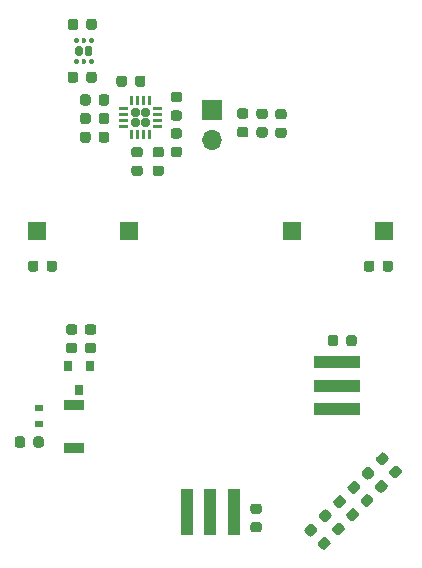
<source format=gbr>
%TF.GenerationSoftware,KiCad,Pcbnew,(5.1.6)-1*%
%TF.CreationDate,2020-07-04T15:59:08+08:00*%
%TF.ProjectId,24RF_Remote_Control,32345246-5f52-4656-9d6f-74655f436f6e,rev?*%
%TF.SameCoordinates,Original*%
%TF.FileFunction,Paste,Top*%
%TF.FilePolarity,Positive*%
%FSLAX46Y46*%
G04 Gerber Fmt 4.6, Leading zero omitted, Abs format (unit mm)*
G04 Created by KiCad (PCBNEW (5.1.6)-1) date 2020-07-04 15:59:08*
%MOMM*%
%LPD*%
G01*
G04 APERTURE LIST*
%ADD10O,1.700000X1.700000*%
%ADD11R,1.700000X1.700000*%
%ADD12R,1.800000X0.900000*%
%ADD13R,0.700000X0.600000*%
%ADD14R,0.800000X0.900000*%
%ADD15R,1.500000X1.500000*%
%ADD16R,3.900000X1.000000*%
%ADD17R,1.000000X3.900000*%
G04 APERTURE END LIST*
%TO.C,U1*%
G36*
G01*
X140749260Y-79481340D02*
X140749260Y-79851340D01*
G75*
G02*
X140564260Y-80036340I-185000J0D01*
G01*
X140194260Y-80036340D01*
G75*
G02*
X140009260Y-79851340I0J185000D01*
G01*
X140009260Y-79481340D01*
G75*
G02*
X140194260Y-79296340I185000J0D01*
G01*
X140564260Y-79296340D01*
G75*
G02*
X140749260Y-79481340I0J-185000D01*
G01*
G37*
G36*
G01*
X140749260Y-78631340D02*
X140749260Y-79001340D01*
G75*
G02*
X140564260Y-79186340I-185000J0D01*
G01*
X140194260Y-79186340D01*
G75*
G02*
X140009260Y-79001340I0J185000D01*
G01*
X140009260Y-78631340D01*
G75*
G02*
X140194260Y-78446340I185000J0D01*
G01*
X140564260Y-78446340D01*
G75*
G02*
X140749260Y-78631340I0J-185000D01*
G01*
G37*
G36*
G01*
X139899260Y-79481340D02*
X139899260Y-79851340D01*
G75*
G02*
X139714260Y-80036340I-185000J0D01*
G01*
X139344260Y-80036340D01*
G75*
G02*
X139159260Y-79851340I0J185000D01*
G01*
X139159260Y-79481340D01*
G75*
G02*
X139344260Y-79296340I185000J0D01*
G01*
X139714260Y-79296340D01*
G75*
G02*
X139899260Y-79481340I0J-185000D01*
G01*
G37*
G36*
G01*
X139899260Y-78631340D02*
X139899260Y-79001340D01*
G75*
G02*
X139714260Y-79186340I-185000J0D01*
G01*
X139344260Y-79186340D01*
G75*
G02*
X139159260Y-79001340I0J185000D01*
G01*
X139159260Y-78631340D01*
G75*
G02*
X139344260Y-78446340I185000J0D01*
G01*
X139714260Y-78446340D01*
G75*
G02*
X139899260Y-78631340I0J-185000D01*
G01*
G37*
G36*
G01*
X141804260Y-79928840D02*
X141804260Y-80053840D01*
G75*
G02*
X141741760Y-80116340I-62500J0D01*
G01*
X141066760Y-80116340D01*
G75*
G02*
X141004260Y-80053840I0J62500D01*
G01*
X141004260Y-79928840D01*
G75*
G02*
X141066760Y-79866340I62500J0D01*
G01*
X141741760Y-79866340D01*
G75*
G02*
X141804260Y-79928840I0J-62500D01*
G01*
G37*
G36*
G01*
X141804260Y-79428840D02*
X141804260Y-79553840D01*
G75*
G02*
X141741760Y-79616340I-62500J0D01*
G01*
X141066760Y-79616340D01*
G75*
G02*
X141004260Y-79553840I0J62500D01*
G01*
X141004260Y-79428840D01*
G75*
G02*
X141066760Y-79366340I62500J0D01*
G01*
X141741760Y-79366340D01*
G75*
G02*
X141804260Y-79428840I0J-62500D01*
G01*
G37*
G36*
G01*
X141804260Y-78928840D02*
X141804260Y-79053840D01*
G75*
G02*
X141741760Y-79116340I-62500J0D01*
G01*
X141066760Y-79116340D01*
G75*
G02*
X141004260Y-79053840I0J62500D01*
G01*
X141004260Y-78928840D01*
G75*
G02*
X141066760Y-78866340I62500J0D01*
G01*
X141741760Y-78866340D01*
G75*
G02*
X141804260Y-78928840I0J-62500D01*
G01*
G37*
G36*
G01*
X141804260Y-78428840D02*
X141804260Y-78553840D01*
G75*
G02*
X141741760Y-78616340I-62500J0D01*
G01*
X141066760Y-78616340D01*
G75*
G02*
X141004260Y-78553840I0J62500D01*
G01*
X141004260Y-78428840D01*
G75*
G02*
X141066760Y-78366340I62500J0D01*
G01*
X141741760Y-78366340D01*
G75*
G02*
X141804260Y-78428840I0J-62500D01*
G01*
G37*
G36*
G01*
X140829260Y-77453840D02*
X140829260Y-78128840D01*
G75*
G02*
X140766760Y-78191340I-62500J0D01*
G01*
X140641760Y-78191340D01*
G75*
G02*
X140579260Y-78128840I0J62500D01*
G01*
X140579260Y-77453840D01*
G75*
G02*
X140641760Y-77391340I62500J0D01*
G01*
X140766760Y-77391340D01*
G75*
G02*
X140829260Y-77453840I0J-62500D01*
G01*
G37*
G36*
G01*
X140329260Y-77453840D02*
X140329260Y-78128840D01*
G75*
G02*
X140266760Y-78191340I-62500J0D01*
G01*
X140141760Y-78191340D01*
G75*
G02*
X140079260Y-78128840I0J62500D01*
G01*
X140079260Y-77453840D01*
G75*
G02*
X140141760Y-77391340I62500J0D01*
G01*
X140266760Y-77391340D01*
G75*
G02*
X140329260Y-77453840I0J-62500D01*
G01*
G37*
G36*
G01*
X139829260Y-77453840D02*
X139829260Y-78128840D01*
G75*
G02*
X139766760Y-78191340I-62500J0D01*
G01*
X139641760Y-78191340D01*
G75*
G02*
X139579260Y-78128840I0J62500D01*
G01*
X139579260Y-77453840D01*
G75*
G02*
X139641760Y-77391340I62500J0D01*
G01*
X139766760Y-77391340D01*
G75*
G02*
X139829260Y-77453840I0J-62500D01*
G01*
G37*
G36*
G01*
X139329260Y-77453840D02*
X139329260Y-78128840D01*
G75*
G02*
X139266760Y-78191340I-62500J0D01*
G01*
X139141760Y-78191340D01*
G75*
G02*
X139079260Y-78128840I0J62500D01*
G01*
X139079260Y-77453840D01*
G75*
G02*
X139141760Y-77391340I62500J0D01*
G01*
X139266760Y-77391340D01*
G75*
G02*
X139329260Y-77453840I0J-62500D01*
G01*
G37*
G36*
G01*
X138904260Y-78428840D02*
X138904260Y-78553840D01*
G75*
G02*
X138841760Y-78616340I-62500J0D01*
G01*
X138166760Y-78616340D01*
G75*
G02*
X138104260Y-78553840I0J62500D01*
G01*
X138104260Y-78428840D01*
G75*
G02*
X138166760Y-78366340I62500J0D01*
G01*
X138841760Y-78366340D01*
G75*
G02*
X138904260Y-78428840I0J-62500D01*
G01*
G37*
G36*
G01*
X138904260Y-78928840D02*
X138904260Y-79053840D01*
G75*
G02*
X138841760Y-79116340I-62500J0D01*
G01*
X138166760Y-79116340D01*
G75*
G02*
X138104260Y-79053840I0J62500D01*
G01*
X138104260Y-78928840D01*
G75*
G02*
X138166760Y-78866340I62500J0D01*
G01*
X138841760Y-78866340D01*
G75*
G02*
X138904260Y-78928840I0J-62500D01*
G01*
G37*
G36*
G01*
X138904260Y-79428840D02*
X138904260Y-79553840D01*
G75*
G02*
X138841760Y-79616340I-62500J0D01*
G01*
X138166760Y-79616340D01*
G75*
G02*
X138104260Y-79553840I0J62500D01*
G01*
X138104260Y-79428840D01*
G75*
G02*
X138166760Y-79366340I62500J0D01*
G01*
X138841760Y-79366340D01*
G75*
G02*
X138904260Y-79428840I0J-62500D01*
G01*
G37*
G36*
G01*
X138904260Y-79928840D02*
X138904260Y-80053840D01*
G75*
G02*
X138841760Y-80116340I-62500J0D01*
G01*
X138166760Y-80116340D01*
G75*
G02*
X138104260Y-80053840I0J62500D01*
G01*
X138104260Y-79928840D01*
G75*
G02*
X138166760Y-79866340I62500J0D01*
G01*
X138841760Y-79866340D01*
G75*
G02*
X138904260Y-79928840I0J-62500D01*
G01*
G37*
G36*
G01*
X139329260Y-80353840D02*
X139329260Y-81028840D01*
G75*
G02*
X139266760Y-81091340I-62500J0D01*
G01*
X139141760Y-81091340D01*
G75*
G02*
X139079260Y-81028840I0J62500D01*
G01*
X139079260Y-80353840D01*
G75*
G02*
X139141760Y-80291340I62500J0D01*
G01*
X139266760Y-80291340D01*
G75*
G02*
X139329260Y-80353840I0J-62500D01*
G01*
G37*
G36*
G01*
X139829260Y-80353840D02*
X139829260Y-81028840D01*
G75*
G02*
X139766760Y-81091340I-62500J0D01*
G01*
X139641760Y-81091340D01*
G75*
G02*
X139579260Y-81028840I0J62500D01*
G01*
X139579260Y-80353840D01*
G75*
G02*
X139641760Y-80291340I62500J0D01*
G01*
X139766760Y-80291340D01*
G75*
G02*
X139829260Y-80353840I0J-62500D01*
G01*
G37*
G36*
G01*
X140329260Y-80353840D02*
X140329260Y-81028840D01*
G75*
G02*
X140266760Y-81091340I-62500J0D01*
G01*
X140141760Y-81091340D01*
G75*
G02*
X140079260Y-81028840I0J62500D01*
G01*
X140079260Y-80353840D01*
G75*
G02*
X140141760Y-80291340I62500J0D01*
G01*
X140266760Y-80291340D01*
G75*
G02*
X140329260Y-80353840I0J-62500D01*
G01*
G37*
G36*
G01*
X140829260Y-80353840D02*
X140829260Y-81028840D01*
G75*
G02*
X140766760Y-81091340I-62500J0D01*
G01*
X140641760Y-81091340D01*
G75*
G02*
X140579260Y-81028840I0J62500D01*
G01*
X140579260Y-80353840D01*
G75*
G02*
X140641760Y-80291340I62500J0D01*
G01*
X140766760Y-80291340D01*
G75*
G02*
X140829260Y-80353840I0J-62500D01*
G01*
G37*
%TD*%
%TO.C,U2*%
G36*
G01*
X135695470Y-72538600D02*
X135907970Y-72538600D01*
G75*
G02*
X136001720Y-72632350I0J-93750D01*
G01*
X136001720Y-72819850D01*
G75*
G02*
X135907970Y-72913600I-93750J0D01*
G01*
X135695470Y-72913600D01*
G75*
G02*
X135601720Y-72819850I0J93750D01*
G01*
X135601720Y-72632350D01*
G75*
G02*
X135695470Y-72538600I93750J0D01*
G01*
G37*
G36*
G01*
X135045470Y-72538600D02*
X135257970Y-72538600D01*
G75*
G02*
X135351720Y-72632350I0J-93750D01*
G01*
X135351720Y-72819850D01*
G75*
G02*
X135257970Y-72913600I-93750J0D01*
G01*
X135045470Y-72913600D01*
G75*
G02*
X134951720Y-72819850I0J93750D01*
G01*
X134951720Y-72632350D01*
G75*
G02*
X135045470Y-72538600I93750J0D01*
G01*
G37*
G36*
G01*
X134395470Y-72538600D02*
X134607970Y-72538600D01*
G75*
G02*
X134701720Y-72632350I0J-93750D01*
G01*
X134701720Y-72819850D01*
G75*
G02*
X134607970Y-72913600I-93750J0D01*
G01*
X134395470Y-72913600D01*
G75*
G02*
X134301720Y-72819850I0J93750D01*
G01*
X134301720Y-72632350D01*
G75*
G02*
X134395470Y-72538600I93750J0D01*
G01*
G37*
G36*
G01*
X134395470Y-74313600D02*
X134607970Y-74313600D01*
G75*
G02*
X134701720Y-74407350I0J-93750D01*
G01*
X134701720Y-74594850D01*
G75*
G02*
X134607970Y-74688600I-93750J0D01*
G01*
X134395470Y-74688600D01*
G75*
G02*
X134301720Y-74594850I0J93750D01*
G01*
X134301720Y-74407350D01*
G75*
G02*
X134395470Y-74313600I93750J0D01*
G01*
G37*
G36*
G01*
X135045470Y-74313600D02*
X135257970Y-74313600D01*
G75*
G02*
X135351720Y-74407350I0J-93750D01*
G01*
X135351720Y-74594850D01*
G75*
G02*
X135257970Y-74688600I-93750J0D01*
G01*
X135045470Y-74688600D01*
G75*
G02*
X134951720Y-74594850I0J93750D01*
G01*
X134951720Y-74407350D01*
G75*
G02*
X135045470Y-74313600I93750J0D01*
G01*
G37*
G36*
G01*
X135695470Y-74313600D02*
X135907970Y-74313600D01*
G75*
G02*
X136001720Y-74407350I0J-93750D01*
G01*
X136001720Y-74594850D01*
G75*
G02*
X135907970Y-74688600I-93750J0D01*
G01*
X135695470Y-74688600D01*
G75*
G02*
X135601720Y-74594850I0J93750D01*
G01*
X135601720Y-74407350D01*
G75*
G02*
X135695470Y-74313600I93750J0D01*
G01*
G37*
G36*
G01*
X135391720Y-73208600D02*
X135711720Y-73208600D01*
G75*
G02*
X135871720Y-73368600I0J-160000D01*
G01*
X135871720Y-73858600D01*
G75*
G02*
X135711720Y-74018600I-160000J0D01*
G01*
X135391720Y-74018600D01*
G75*
G02*
X135231720Y-73858600I0J160000D01*
G01*
X135231720Y-73368600D01*
G75*
G02*
X135391720Y-73208600I160000J0D01*
G01*
G37*
G36*
G01*
X134591720Y-73208600D02*
X134911720Y-73208600D01*
G75*
G02*
X135071720Y-73368600I0J-160000D01*
G01*
X135071720Y-73858600D01*
G75*
G02*
X134911720Y-74018600I-160000J0D01*
G01*
X134591720Y-74018600D01*
G75*
G02*
X134431720Y-73858600I0J160000D01*
G01*
X134431720Y-73368600D01*
G75*
G02*
X134591720Y-73208600I160000J0D01*
G01*
G37*
%TD*%
D10*
%TO.C,J5*%
X145989900Y-81180260D03*
D11*
X145989900Y-78640260D03*
%TD*%
D12*
%TO.C,BZ1*%
X134335600Y-107205480D03*
X134335600Y-103605480D03*
%TD*%
%TO.C,C1*%
G36*
G01*
X134838580Y-81167270D02*
X134838580Y-80654770D01*
G75*
G02*
X135057330Y-80436020I218750J0D01*
G01*
X135494830Y-80436020D01*
G75*
G02*
X135713580Y-80654770I0J-218750D01*
G01*
X135713580Y-81167270D01*
G75*
G02*
X135494830Y-81386020I-218750J0D01*
G01*
X135057330Y-81386020D01*
G75*
G02*
X134838580Y-81167270I0J218750D01*
G01*
G37*
G36*
G01*
X136413580Y-81167270D02*
X136413580Y-80654770D01*
G75*
G02*
X136632330Y-80436020I218750J0D01*
G01*
X137069830Y-80436020D01*
G75*
G02*
X137288580Y-80654770I0J-218750D01*
G01*
X137288580Y-81167270D01*
G75*
G02*
X137069830Y-81386020I-218750J0D01*
G01*
X136632330Y-81386020D01*
G75*
G02*
X136413580Y-81167270I0J218750D01*
G01*
G37*
%TD*%
%TO.C,C2*%
G36*
G01*
X142728830Y-77074900D02*
X143241330Y-77074900D01*
G75*
G02*
X143460080Y-77293650I0J-218750D01*
G01*
X143460080Y-77731150D01*
G75*
G02*
X143241330Y-77949900I-218750J0D01*
G01*
X142728830Y-77949900D01*
G75*
G02*
X142510080Y-77731150I0J218750D01*
G01*
X142510080Y-77293650D01*
G75*
G02*
X142728830Y-77074900I218750J0D01*
G01*
G37*
G36*
G01*
X142728830Y-78649900D02*
X143241330Y-78649900D01*
G75*
G02*
X143460080Y-78868650I0J-218750D01*
G01*
X143460080Y-79306150D01*
G75*
G02*
X143241330Y-79524900I-218750J0D01*
G01*
X142728830Y-79524900D01*
G75*
G02*
X142510080Y-79306150I0J218750D01*
G01*
X142510080Y-78868650D01*
G75*
G02*
X142728830Y-78649900I218750J0D01*
G01*
G37*
%TD*%
%TO.C,C3*%
G36*
G01*
X135713580Y-77498398D02*
X135713580Y-78010898D01*
G75*
G02*
X135494830Y-78229648I-218750J0D01*
G01*
X135057330Y-78229648D01*
G75*
G02*
X134838580Y-78010898I0J218750D01*
G01*
X134838580Y-77498398D01*
G75*
G02*
X135057330Y-77279648I218750J0D01*
G01*
X135494830Y-77279648D01*
G75*
G02*
X135713580Y-77498398I0J-218750D01*
G01*
G37*
G36*
G01*
X137288580Y-77498398D02*
X137288580Y-78010898D01*
G75*
G02*
X137069830Y-78229648I-218750J0D01*
G01*
X136632330Y-78229648D01*
G75*
G02*
X136413580Y-78010898I0J218750D01*
G01*
X136413580Y-77498398D01*
G75*
G02*
X136632330Y-77279648I218750J0D01*
G01*
X137069830Y-77279648D01*
G75*
G02*
X137288580Y-77498398I0J-218750D01*
G01*
G37*
%TD*%
%TO.C,C4*%
G36*
G01*
X134662020Y-75584930D02*
X134662020Y-76097430D01*
G75*
G02*
X134443270Y-76316180I-218750J0D01*
G01*
X134005770Y-76316180D01*
G75*
G02*
X133787020Y-76097430I0J218750D01*
G01*
X133787020Y-75584930D01*
G75*
G02*
X134005770Y-75366180I218750J0D01*
G01*
X134443270Y-75366180D01*
G75*
G02*
X134662020Y-75584930I0J-218750D01*
G01*
G37*
G36*
G01*
X136237020Y-75584930D02*
X136237020Y-76097430D01*
G75*
G02*
X136018270Y-76316180I-218750J0D01*
G01*
X135580770Y-76316180D01*
G75*
G02*
X135362020Y-76097430I0J218750D01*
G01*
X135362020Y-75584930D01*
G75*
G02*
X135580770Y-75366180I218750J0D01*
G01*
X136018270Y-75366180D01*
G75*
G02*
X136237020Y-75584930I0J-218750D01*
G01*
G37*
%TD*%
%TO.C,C5*%
G36*
G01*
X136237020Y-71104370D02*
X136237020Y-71616870D01*
G75*
G02*
X136018270Y-71835620I-218750J0D01*
G01*
X135580770Y-71835620D01*
G75*
G02*
X135362020Y-71616870I0J218750D01*
G01*
X135362020Y-71104370D01*
G75*
G02*
X135580770Y-70885620I218750J0D01*
G01*
X136018270Y-70885620D01*
G75*
G02*
X136237020Y-71104370I0J-218750D01*
G01*
G37*
G36*
G01*
X134662020Y-71104370D02*
X134662020Y-71616870D01*
G75*
G02*
X134443270Y-71835620I-218750J0D01*
G01*
X134005770Y-71835620D01*
G75*
G02*
X133787020Y-71616870I0J218750D01*
G01*
X133787020Y-71104370D01*
G75*
G02*
X134005770Y-70885620I218750J0D01*
G01*
X134443270Y-70885620D01*
G75*
G02*
X134662020Y-71104370I0J-218750D01*
G01*
G37*
%TD*%
%TO.C,C19*%
G36*
G01*
X152090690Y-80980320D02*
X151578190Y-80980320D01*
G75*
G02*
X151359440Y-80761570I0J218750D01*
G01*
X151359440Y-80324070D01*
G75*
G02*
X151578190Y-80105320I218750J0D01*
G01*
X152090690Y-80105320D01*
G75*
G02*
X152309440Y-80324070I0J-218750D01*
G01*
X152309440Y-80761570D01*
G75*
G02*
X152090690Y-80980320I-218750J0D01*
G01*
G37*
G36*
G01*
X152090690Y-79405320D02*
X151578190Y-79405320D01*
G75*
G02*
X151359440Y-79186570I0J218750D01*
G01*
X151359440Y-78749070D01*
G75*
G02*
X151578190Y-78530320I218750J0D01*
G01*
X152090690Y-78530320D01*
G75*
G02*
X152309440Y-78749070I0J-218750D01*
G01*
X152309440Y-79186570D01*
G75*
G02*
X152090690Y-79405320I-218750J0D01*
G01*
G37*
%TD*%
%TO.C,C20*%
G36*
G01*
X131996520Y-92086730D02*
X131996520Y-91574230D01*
G75*
G02*
X132215270Y-91355480I218750J0D01*
G01*
X132652770Y-91355480D01*
G75*
G02*
X132871520Y-91574230I0J-218750D01*
G01*
X132871520Y-92086730D01*
G75*
G02*
X132652770Y-92305480I-218750J0D01*
G01*
X132215270Y-92305480D01*
G75*
G02*
X131996520Y-92086730I0J218750D01*
G01*
G37*
G36*
G01*
X130421520Y-92086730D02*
X130421520Y-91574230D01*
G75*
G02*
X130640270Y-91355480I218750J0D01*
G01*
X131077770Y-91355480D01*
G75*
G02*
X131296520Y-91574230I0J-218750D01*
G01*
X131296520Y-92086730D01*
G75*
G02*
X131077770Y-92305480I-218750J0D01*
G01*
X130640270Y-92305480D01*
G75*
G02*
X130421520Y-92086730I0J218750D01*
G01*
G37*
%TD*%
%TO.C,C21*%
G36*
G01*
X161314440Y-91574230D02*
X161314440Y-92086730D01*
G75*
G02*
X161095690Y-92305480I-218750J0D01*
G01*
X160658190Y-92305480D01*
G75*
G02*
X160439440Y-92086730I0J218750D01*
G01*
X160439440Y-91574230D01*
G75*
G02*
X160658190Y-91355480I218750J0D01*
G01*
X161095690Y-91355480D01*
G75*
G02*
X161314440Y-91574230I0J-218750D01*
G01*
G37*
G36*
G01*
X159739440Y-91574230D02*
X159739440Y-92086730D01*
G75*
G02*
X159520690Y-92305480I-218750J0D01*
G01*
X159083190Y-92305480D01*
G75*
G02*
X158864440Y-92086730I0J218750D01*
G01*
X158864440Y-91574230D01*
G75*
G02*
X159083190Y-91355480I218750J0D01*
G01*
X159520690Y-91355480D01*
G75*
G02*
X159739440Y-91574230I0J-218750D01*
G01*
G37*
%TD*%
%TO.C,D1*%
G36*
G01*
X156212744Y-113965581D02*
X156575136Y-113603188D01*
G75*
G02*
X156884496Y-113603188I154680J-154680D01*
G01*
X157193855Y-113912547D01*
G75*
G02*
X157193855Y-114221907I-154680J-154680D01*
G01*
X156831462Y-114584300D01*
G75*
G02*
X156522102Y-114584300I-154680J154680D01*
G01*
X156212743Y-114274941D01*
G75*
G02*
X156212743Y-113965581I154680J154680D01*
G01*
G37*
G36*
G01*
X155099050Y-112851887D02*
X155461442Y-112489494D01*
G75*
G02*
X155770802Y-112489494I154680J-154680D01*
G01*
X156080161Y-112798853D01*
G75*
G02*
X156080161Y-113108213I-154680J-154680D01*
G01*
X155717768Y-113470606D01*
G75*
G02*
X155408408Y-113470606I-154680J154680D01*
G01*
X155099049Y-113161247D01*
G75*
G02*
X155099049Y-112851887I154680J154680D01*
G01*
G37*
%TD*%
%TO.C,D2*%
G36*
G01*
X157514380Y-110436557D02*
X157876772Y-110074164D01*
G75*
G02*
X158186132Y-110074164I154680J-154680D01*
G01*
X158495491Y-110383523D01*
G75*
G02*
X158495491Y-110692883I-154680J-154680D01*
G01*
X158133098Y-111055276D01*
G75*
G02*
X157823738Y-111055276I-154680J154680D01*
G01*
X157514379Y-110745917D01*
G75*
G02*
X157514379Y-110436557I154680J154680D01*
G01*
G37*
G36*
G01*
X158628074Y-111550251D02*
X158990466Y-111187858D01*
G75*
G02*
X159299826Y-111187858I154680J-154680D01*
G01*
X159609185Y-111497217D01*
G75*
G02*
X159609185Y-111806577I-154680J-154680D01*
G01*
X159246792Y-112168970D01*
G75*
G02*
X158937432Y-112168970I-154680J154680D01*
G01*
X158628073Y-111859611D01*
G75*
G02*
X158628073Y-111550251I154680J154680D01*
G01*
G37*
%TD*%
%TO.C,D4*%
G36*
G01*
X161043403Y-109134921D02*
X161405795Y-108772528D01*
G75*
G02*
X161715155Y-108772528I154680J-154680D01*
G01*
X162024514Y-109081887D01*
G75*
G02*
X162024514Y-109391247I-154680J-154680D01*
G01*
X161662121Y-109753640D01*
G75*
G02*
X161352761Y-109753640I-154680J154680D01*
G01*
X161043402Y-109444281D01*
G75*
G02*
X161043402Y-109134921I154680J154680D01*
G01*
G37*
G36*
G01*
X159929709Y-108021227D02*
X160292101Y-107658834D01*
G75*
G02*
X160601461Y-107658834I154680J-154680D01*
G01*
X160910820Y-107968193D01*
G75*
G02*
X160910820Y-108277553I-154680J-154680D01*
G01*
X160548427Y-108639946D01*
G75*
G02*
X160239067Y-108639946I-154680J154680D01*
G01*
X159929708Y-108330587D01*
G75*
G02*
X159929708Y-108021227I154680J154680D01*
G01*
G37*
%TD*%
D13*
%TO.C,D6*%
X131311240Y-103830480D03*
X131311240Y-105230480D03*
%TD*%
D14*
%TO.C,Q1*%
X134718460Y-102288040D03*
X133768460Y-100288040D03*
X135668460Y-100288040D03*
%TD*%
%TO.C,R1*%
G36*
G01*
X142718670Y-81725840D02*
X143231170Y-81725840D01*
G75*
G02*
X143449920Y-81944590I0J-218750D01*
G01*
X143449920Y-82382090D01*
G75*
G02*
X143231170Y-82600840I-218750J0D01*
G01*
X142718670Y-82600840D01*
G75*
G02*
X142499920Y-82382090I0J218750D01*
G01*
X142499920Y-81944590D01*
G75*
G02*
X142718670Y-81725840I218750J0D01*
G01*
G37*
G36*
G01*
X142718670Y-80150840D02*
X143231170Y-80150840D01*
G75*
G02*
X143449920Y-80369590I0J-218750D01*
G01*
X143449920Y-80807090D01*
G75*
G02*
X143231170Y-81025840I-218750J0D01*
G01*
X142718670Y-81025840D01*
G75*
G02*
X142499920Y-80807090I0J218750D01*
G01*
X142499920Y-80369590D01*
G75*
G02*
X142718670Y-80150840I218750J0D01*
G01*
G37*
%TD*%
%TO.C,R2*%
G36*
G01*
X139908850Y-82613340D02*
X139396350Y-82613340D01*
G75*
G02*
X139177600Y-82394590I0J218750D01*
G01*
X139177600Y-81957090D01*
G75*
G02*
X139396350Y-81738340I218750J0D01*
G01*
X139908850Y-81738340D01*
G75*
G02*
X140127600Y-81957090I0J-218750D01*
G01*
X140127600Y-82394590D01*
G75*
G02*
X139908850Y-82613340I-218750J0D01*
G01*
G37*
G36*
G01*
X139908850Y-84188340D02*
X139396350Y-84188340D01*
G75*
G02*
X139177600Y-83969590I0J218750D01*
G01*
X139177600Y-83532090D01*
G75*
G02*
X139396350Y-83313340I218750J0D01*
G01*
X139908850Y-83313340D01*
G75*
G02*
X140127600Y-83532090I0J-218750D01*
G01*
X140127600Y-83969590D01*
G75*
G02*
X139908850Y-84188340I-218750J0D01*
G01*
G37*
%TD*%
%TO.C,R3*%
G36*
G01*
X134838580Y-79589084D02*
X134838580Y-79076584D01*
G75*
G02*
X135057330Y-78857834I218750J0D01*
G01*
X135494830Y-78857834D01*
G75*
G02*
X135713580Y-79076584I0J-218750D01*
G01*
X135713580Y-79589084D01*
G75*
G02*
X135494830Y-79807834I-218750J0D01*
G01*
X135057330Y-79807834D01*
G75*
G02*
X134838580Y-79589084I0J218750D01*
G01*
G37*
G36*
G01*
X136413580Y-79589084D02*
X136413580Y-79076584D01*
G75*
G02*
X136632330Y-78857834I218750J0D01*
G01*
X137069830Y-78857834D01*
G75*
G02*
X137288580Y-79076584I0J-218750D01*
G01*
X137288580Y-79589084D01*
G75*
G02*
X137069830Y-79807834I-218750J0D01*
G01*
X136632330Y-79807834D01*
G75*
G02*
X136413580Y-79589084I0J218750D01*
G01*
G37*
%TD*%
%TO.C,R4*%
G36*
G01*
X141709710Y-82615880D02*
X141197210Y-82615880D01*
G75*
G02*
X140978460Y-82397130I0J218750D01*
G01*
X140978460Y-81959630D01*
G75*
G02*
X141197210Y-81740880I218750J0D01*
G01*
X141709710Y-81740880D01*
G75*
G02*
X141928460Y-81959630I0J-218750D01*
G01*
X141928460Y-82397130D01*
G75*
G02*
X141709710Y-82615880I-218750J0D01*
G01*
G37*
G36*
G01*
X141709710Y-84190880D02*
X141197210Y-84190880D01*
G75*
G02*
X140978460Y-83972130I0J218750D01*
G01*
X140978460Y-83534630D01*
G75*
G02*
X141197210Y-83315880I218750J0D01*
G01*
X141709710Y-83315880D01*
G75*
G02*
X141928460Y-83534630I0J-218750D01*
G01*
X141928460Y-83972130D01*
G75*
G02*
X141709710Y-84190880I-218750J0D01*
G01*
G37*
%TD*%
%TO.C,R5*%
G36*
G01*
X156306715Y-111644222D02*
X156669107Y-111281829D01*
G75*
G02*
X156978467Y-111281829I154680J-154680D01*
G01*
X157287826Y-111591188D01*
G75*
G02*
X157287826Y-111900548I-154680J-154680D01*
G01*
X156925433Y-112262941D01*
G75*
G02*
X156616073Y-112262941I-154680J154680D01*
G01*
X156306714Y-111953582D01*
G75*
G02*
X156306714Y-111644222I154680J154680D01*
G01*
G37*
G36*
G01*
X157420409Y-112757916D02*
X157782801Y-112395523D01*
G75*
G02*
X158092161Y-112395523I154680J-154680D01*
G01*
X158401520Y-112704882D01*
G75*
G02*
X158401520Y-113014242I-154680J-154680D01*
G01*
X158039127Y-113376635D01*
G75*
G02*
X157729767Y-113376635I-154680J154680D01*
G01*
X157420408Y-113067276D01*
G75*
G02*
X157420408Y-112757916I154680J154680D01*
G01*
G37*
%TD*%
%TO.C,R7*%
G36*
G01*
X160816848Y-110598912D02*
X160454456Y-110961305D01*
G75*
G02*
X160145096Y-110961305I-154680J154680D01*
G01*
X159835737Y-110651946D01*
G75*
G02*
X159835737Y-110342586I154680J154680D01*
G01*
X160198130Y-109980193D01*
G75*
G02*
X160507490Y-109980193I154680J-154680D01*
G01*
X160816849Y-110289552D01*
G75*
G02*
X160816849Y-110598912I-154680J-154680D01*
G01*
G37*
G36*
G01*
X159703154Y-109485218D02*
X159340762Y-109847611D01*
G75*
G02*
X159031402Y-109847611I-154680J154680D01*
G01*
X158722043Y-109538252D01*
G75*
G02*
X158722043Y-109228892I154680J154680D01*
G01*
X159084436Y-108866499D01*
G75*
G02*
X159393796Y-108866499I154680J-154680D01*
G01*
X159703155Y-109175858D01*
G75*
G02*
X159703155Y-109485218I-154680J-154680D01*
G01*
G37*
%TD*%
%TO.C,R17*%
G36*
G01*
X135457210Y-96753620D02*
X135969710Y-96753620D01*
G75*
G02*
X136188460Y-96972370I0J-218750D01*
G01*
X136188460Y-97409870D01*
G75*
G02*
X135969710Y-97628620I-218750J0D01*
G01*
X135457210Y-97628620D01*
G75*
G02*
X135238460Y-97409870I0J218750D01*
G01*
X135238460Y-96972370D01*
G75*
G02*
X135457210Y-96753620I218750J0D01*
G01*
G37*
G36*
G01*
X135457210Y-98328620D02*
X135969710Y-98328620D01*
G75*
G02*
X136188460Y-98547370I0J-218750D01*
G01*
X136188460Y-98984870D01*
G75*
G02*
X135969710Y-99203620I-218750J0D01*
G01*
X135457210Y-99203620D01*
G75*
G02*
X135238460Y-98984870I0J218750D01*
G01*
X135238460Y-98547370D01*
G75*
G02*
X135457210Y-98328620I218750J0D01*
G01*
G37*
%TD*%
%TO.C,R18*%
G36*
G01*
X134369510Y-97628620D02*
X133857010Y-97628620D01*
G75*
G02*
X133638260Y-97409870I0J218750D01*
G01*
X133638260Y-96972370D01*
G75*
G02*
X133857010Y-96753620I218750J0D01*
G01*
X134369510Y-96753620D01*
G75*
G02*
X134588260Y-96972370I0J-218750D01*
G01*
X134588260Y-97409870D01*
G75*
G02*
X134369510Y-97628620I-218750J0D01*
G01*
G37*
G36*
G01*
X134369510Y-99203620D02*
X133857010Y-99203620D01*
G75*
G02*
X133638260Y-98984870I0J218750D01*
G01*
X133638260Y-98547370D01*
G75*
G02*
X133857010Y-98328620I218750J0D01*
G01*
X134369510Y-98328620D01*
G75*
G02*
X134588260Y-98547370I0J-218750D01*
G01*
X134588260Y-98984870D01*
G75*
G02*
X134369510Y-99203620I-218750J0D01*
G01*
G37*
%TD*%
%TO.C,R20*%
G36*
G01*
X149987570Y-112803780D02*
X149475070Y-112803780D01*
G75*
G02*
X149256320Y-112585030I0J218750D01*
G01*
X149256320Y-112147530D01*
G75*
G02*
X149475070Y-111928780I218750J0D01*
G01*
X149987570Y-111928780D01*
G75*
G02*
X150206320Y-112147530I0J-218750D01*
G01*
X150206320Y-112585030D01*
G75*
G02*
X149987570Y-112803780I-218750J0D01*
G01*
G37*
G36*
G01*
X149987570Y-114378780D02*
X149475070Y-114378780D01*
G75*
G02*
X149256320Y-114160030I0J218750D01*
G01*
X149256320Y-113722530D01*
G75*
G02*
X149475070Y-113503780I218750J0D01*
G01*
X149987570Y-113503780D01*
G75*
G02*
X150206320Y-113722530I0J-218750D01*
G01*
X150206320Y-114160030D01*
G75*
G02*
X149987570Y-114378780I-218750J0D01*
G01*
G37*
%TD*%
%TO.C,R21*%
G36*
G01*
X148342230Y-80046900D02*
X148854730Y-80046900D01*
G75*
G02*
X149073480Y-80265650I0J-218750D01*
G01*
X149073480Y-80703150D01*
G75*
G02*
X148854730Y-80921900I-218750J0D01*
G01*
X148342230Y-80921900D01*
G75*
G02*
X148123480Y-80703150I0J218750D01*
G01*
X148123480Y-80265650D01*
G75*
G02*
X148342230Y-80046900I218750J0D01*
G01*
G37*
G36*
G01*
X148342230Y-78471900D02*
X148854730Y-78471900D01*
G75*
G02*
X149073480Y-78690650I0J-218750D01*
G01*
X149073480Y-79128150D01*
G75*
G02*
X148854730Y-79346900I-218750J0D01*
G01*
X148342230Y-79346900D01*
G75*
G02*
X148123480Y-79128150I0J218750D01*
G01*
X148123480Y-78690650D01*
G75*
G02*
X148342230Y-78471900I218750J0D01*
G01*
G37*
%TD*%
%TO.C,R22*%
G36*
G01*
X150497470Y-80939500D02*
X149984970Y-80939500D01*
G75*
G02*
X149766220Y-80720750I0J218750D01*
G01*
X149766220Y-80283250D01*
G75*
G02*
X149984970Y-80064500I218750J0D01*
G01*
X150497470Y-80064500D01*
G75*
G02*
X150716220Y-80283250I0J-218750D01*
G01*
X150716220Y-80720750D01*
G75*
G02*
X150497470Y-80939500I-218750J0D01*
G01*
G37*
G36*
G01*
X150497470Y-79364500D02*
X149984970Y-79364500D01*
G75*
G02*
X149766220Y-79145750I0J218750D01*
G01*
X149766220Y-78708250D01*
G75*
G02*
X149984970Y-78489500I218750J0D01*
G01*
X150497470Y-78489500D01*
G75*
G02*
X150716220Y-78708250I0J-218750D01*
G01*
X150716220Y-79145750D01*
G75*
G02*
X150497470Y-79364500I-218750J0D01*
G01*
G37*
%TD*%
%TO.C,R23*%
G36*
G01*
X153891385Y-114059552D02*
X154253777Y-113697159D01*
G75*
G02*
X154563137Y-113697159I154680J-154680D01*
G01*
X154872496Y-114006518D01*
G75*
G02*
X154872496Y-114315878I-154680J-154680D01*
G01*
X154510103Y-114678271D01*
G75*
G02*
X154200743Y-114678271I-154680J154680D01*
G01*
X153891384Y-114368912D01*
G75*
G02*
X153891384Y-114059552I154680J154680D01*
G01*
G37*
G36*
G01*
X155005079Y-115173246D02*
X155367471Y-114810853D01*
G75*
G02*
X155676831Y-114810853I154680J-154680D01*
G01*
X155986190Y-115120212D01*
G75*
G02*
X155986190Y-115429572I-154680J-154680D01*
G01*
X155623797Y-115791965D01*
G75*
G02*
X155314437Y-115791965I-154680J154680D01*
G01*
X155005078Y-115482606D01*
G75*
G02*
X155005078Y-115173246I154680J154680D01*
G01*
G37*
%TD*%
%TO.C,R25*%
G36*
G01*
X155802940Y-98387410D02*
X155802940Y-97874910D01*
G75*
G02*
X156021690Y-97656160I218750J0D01*
G01*
X156459190Y-97656160D01*
G75*
G02*
X156677940Y-97874910I0J-218750D01*
G01*
X156677940Y-98387410D01*
G75*
G02*
X156459190Y-98606160I-218750J0D01*
G01*
X156021690Y-98606160D01*
G75*
G02*
X155802940Y-98387410I0J218750D01*
G01*
G37*
G36*
G01*
X157377940Y-98387410D02*
X157377940Y-97874910D01*
G75*
G02*
X157596690Y-97656160I218750J0D01*
G01*
X158034190Y-97656160D01*
G75*
G02*
X158252940Y-97874910I0J-218750D01*
G01*
X158252940Y-98387410D01*
G75*
G02*
X158034190Y-98606160I-218750J0D01*
G01*
X157596690Y-98606160D01*
G75*
G02*
X157377940Y-98387410I0J218750D01*
G01*
G37*
%TD*%
%TO.C,R26*%
G36*
G01*
X130876380Y-106978750D02*
X130876380Y-106466250D01*
G75*
G02*
X131095130Y-106247500I218750J0D01*
G01*
X131532630Y-106247500D01*
G75*
G02*
X131751380Y-106466250I0J-218750D01*
G01*
X131751380Y-106978750D01*
G75*
G02*
X131532630Y-107197500I-218750J0D01*
G01*
X131095130Y-107197500D01*
G75*
G02*
X130876380Y-106978750I0J218750D01*
G01*
G37*
G36*
G01*
X129301380Y-106978750D02*
X129301380Y-106466250D01*
G75*
G02*
X129520130Y-106247500I218750J0D01*
G01*
X129957630Y-106247500D01*
G75*
G02*
X130176380Y-106466250I0J-218750D01*
G01*
X130176380Y-106978750D01*
G75*
G02*
X129957630Y-107197500I-218750J0D01*
G01*
X129520130Y-107197500D01*
G75*
G02*
X129301380Y-106978750I0J218750D01*
G01*
G37*
%TD*%
D15*
%TO.C,SW1*%
X131188220Y-88863760D03*
X138988220Y-88863760D03*
%TD*%
%TO.C,SW2*%
X152747340Y-88863760D03*
X160547340Y-88863760D03*
%TD*%
D16*
%TO.C,U8*%
X156548000Y-99960620D03*
X156548000Y-101960620D03*
X156548000Y-103960620D03*
D17*
X143868000Y-112640620D03*
X145868000Y-112640620D03*
X147868000Y-112640620D03*
%TD*%
%TO.C,R6*%
G36*
G01*
X137911980Y-76427630D02*
X137911980Y-75915130D01*
G75*
G02*
X138130730Y-75696380I218750J0D01*
G01*
X138568230Y-75696380D01*
G75*
G02*
X138786980Y-75915130I0J-218750D01*
G01*
X138786980Y-76427630D01*
G75*
G02*
X138568230Y-76646380I-218750J0D01*
G01*
X138130730Y-76646380D01*
G75*
G02*
X137911980Y-76427630I0J218750D01*
G01*
G37*
G36*
G01*
X139486980Y-76427630D02*
X139486980Y-75915130D01*
G75*
G02*
X139705730Y-75696380I218750J0D01*
G01*
X140143230Y-75696380D01*
G75*
G02*
X140361980Y-75915130I0J-218750D01*
G01*
X140361980Y-76427630D01*
G75*
G02*
X140143230Y-76646380I-218750J0D01*
G01*
X139705730Y-76646380D01*
G75*
G02*
X139486980Y-76427630I0J218750D01*
G01*
G37*
%TD*%
M02*

</source>
